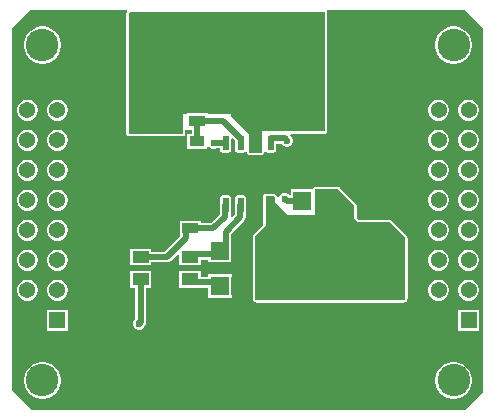
<source format=gtl>
G04*
G04 #@! TF.GenerationSoftware,Altium Limited,Altium Designer,22.3.1 (43)*
G04*
G04 Layer_Physical_Order=1*
G04 Layer_Color=255*
%FSLAX25Y25*%
%MOIN*%
G70*
G04*
G04 #@! TF.SameCoordinates,F80411C8-1A31-43C8-AF9B-28CD4ED9FA2C*
G04*
G04*
G04 #@! TF.FilePolarity,Positive*
G04*
G01*
G75*
G04:AMPARAMS|DCode=14|XSize=21.65mil|YSize=49.21mil|CornerRadius=1.95mil|HoleSize=0mil|Usage=FLASHONLY|Rotation=0.000|XOffset=0mil|YOffset=0mil|HoleType=Round|Shape=RoundedRectangle|*
%AMROUNDEDRECTD14*
21,1,0.02165,0.04532,0,0,0.0*
21,1,0.01776,0.04921,0,0,0.0*
1,1,0.00390,0.00888,-0.02266*
1,1,0.00390,-0.00888,-0.02266*
1,1,0.00390,-0.00888,0.02266*
1,1,0.00390,0.00888,0.02266*
%
%ADD14ROUNDEDRECTD14*%
%ADD15R,0.05315X0.03347*%
%ADD16R,0.05709X0.03937*%
%ADD17R,0.10000X0.10512*%
%ADD18R,0.05000X0.03000*%
%ADD19R,0.05315X0.03740*%
%ADD20R,0.05118X0.03347*%
%ADD21R,0.05924X0.06127*%
%ADD22R,0.04540X0.11434*%
%ADD23R,0.06213X0.06127*%
%ADD37C,0.01968*%
%ADD38R,0.05394X0.05394*%
%ADD39C,0.05394*%
%ADD40C,0.07677*%
%ADD41R,0.07677X0.07677*%
%ADD42C,0.10827*%
%ADD43C,0.02362*%
G36*
X159055Y122835D02*
Y1575D01*
X153150Y-4331D01*
X8661D01*
X1969Y2362D01*
Y122835D01*
X8268Y129134D01*
X40279D01*
X40400Y129013D01*
X40543Y128665D01*
X40545Y128638D01*
X40506Y128576D01*
X40408Y128472D01*
X40372Y128415D01*
X40366Y128409D01*
X40359Y128398D01*
X40310Y128346D01*
X40274Y128288D01*
X40251Y128230D01*
X40205Y128160D01*
X40202Y128149D01*
X40196Y128139D01*
X40182Y128056D01*
X40158Y127998D01*
X40145Y127932D01*
Y127860D01*
X40142Y127848D01*
Y127839D01*
X40129Y127773D01*
X40129Y87875D01*
X40131Y87864D01*
X40130Y87853D01*
X40145Y87785D01*
X40145Y87715D01*
X40145Y87715D01*
Y87714D01*
X40145Y87714D01*
X40176Y87641D01*
X40191Y87562D01*
X40197Y87554D01*
X40200Y87543D01*
X40200Y87543D01*
X40240Y87486D01*
X40267Y87421D01*
X40273Y87412D01*
X40296Y87389D01*
X40296Y87389D01*
X40303Y87378D01*
X40337Y87344D01*
X40374Y87288D01*
X40397Y87265D01*
X40407Y87258D01*
X40414Y87248D01*
X40437Y87225D01*
X40462Y87209D01*
X40480Y87186D01*
X40488Y87181D01*
X40490Y87179D01*
X40519Y87162D01*
X40528Y87153D01*
X40538Y87147D01*
X40561Y87124D01*
X40571Y87117D01*
X40645Y87086D01*
X40702Y87048D01*
X40702Y87048D01*
X40712Y87042D01*
X40740Y87036D01*
X40766Y87021D01*
X40766Y87021D01*
X40817Y87015D01*
X40865Y86995D01*
X40945Y86995D01*
X41024Y86980D01*
X58896D01*
X58896Y86980D01*
X58976D01*
X59042Y86993D01*
X59110Y86991D01*
X59110Y86991D01*
X59122Y86995D01*
X59136Y86995D01*
X59191Y87018D01*
X59191D01*
X59214Y87023D01*
X59223Y87026D01*
X59231Y87027D01*
X59247Y87034D01*
X59288Y87042D01*
X59295Y87046D01*
X59295Y87046D01*
X59336Y87063D01*
X59367Y87069D01*
X59434Y87114D01*
X59508Y87145D01*
X59515Y87151D01*
X59523Y87155D01*
X59523Y87155D01*
X59572Y87207D01*
X59632Y87246D01*
X59677Y87313D01*
X59733Y87370D01*
X59737Y87378D01*
X59743Y87385D01*
X59769Y87451D01*
X59809Y87511D01*
X59825Y87590D01*
X59855Y87664D01*
Y87673D01*
X59858Y87681D01*
X59857Y87753D01*
X59871Y87823D01*
Y87903D01*
X59871Y87903D01*
Y89043D01*
X60322Y89161D01*
Y89161D01*
X61960D01*
Y87709D01*
X60421D01*
Y82763D01*
X67139D01*
Y83359D01*
X67506Y83487D01*
X67639Y83497D01*
X68169Y82966D01*
X68897Y82665D01*
X69685D01*
X70314Y82925D01*
X71307D01*
Y82478D01*
X71384Y82090D01*
X71604Y81761D01*
X71933Y81541D01*
X72321Y81464D01*
X74097D01*
X74485Y81541D01*
X74814Y81761D01*
X75034Y82090D01*
X75111Y82478D01*
Y85994D01*
X75573Y86185D01*
X76306Y85452D01*
Y82478D01*
X76384Y82090D01*
X76604Y81761D01*
X76933Y81541D01*
X77321Y81464D01*
X79097D01*
X79485Y81541D01*
X79787Y81743D01*
X79944Y81710D01*
X80270Y81582D01*
X80288Y81570D01*
X80289Y81565D01*
X80287Y81554D01*
X80302Y81486D01*
X80302Y81416D01*
X80303Y81416D01*
Y81415D01*
X80303Y81415D01*
X80333Y81341D01*
X80349Y81263D01*
X80355Y81254D01*
X80357Y81244D01*
X80357Y81244D01*
X80397Y81187D01*
X80424Y81122D01*
X80430Y81113D01*
X80453Y81090D01*
X80453Y81089D01*
X80460Y81079D01*
X80494Y81045D01*
X80532Y80989D01*
X80555Y80966D01*
X80565Y80959D01*
X80572Y80949D01*
X80595Y80926D01*
X80619Y80910D01*
X80637Y80887D01*
X80646Y80882D01*
X80647Y80880D01*
X80677Y80863D01*
X80686Y80854D01*
X80695Y80848D01*
X80718Y80825D01*
X80728Y80818D01*
X80802Y80787D01*
X80859Y80749D01*
X80859Y80749D01*
X80869Y80743D01*
X80898Y80737D01*
X80923Y80722D01*
X80923Y80722D01*
X80975Y80716D01*
X81022Y80696D01*
X81103Y80696D01*
X81181Y80680D01*
X85275D01*
X85302Y80686D01*
X85329Y80682D01*
X85400Y80701D01*
X85473Y80705D01*
X85473Y80705D01*
X85528Y80731D01*
X85587Y80743D01*
X85610Y80758D01*
X85637Y80765D01*
X85695Y80809D01*
X85761Y80841D01*
X85801Y80886D01*
X85852Y80919D01*
X85867Y80942D01*
X85889Y80959D01*
X85925Y81022D01*
X85975Y81076D01*
X85995Y81134D01*
X86029Y81184D01*
X86034Y81211D01*
X86048Y81235D01*
X86125Y81464D01*
X86138Y81487D01*
X86156Y81539D01*
X86320Y81620D01*
X86578Y81689D01*
X86711Y81690D01*
X86933Y81541D01*
X87321Y81464D01*
X89096D01*
X89485Y81541D01*
X89814Y81761D01*
X90034Y82090D01*
X90111Y82478D01*
Y84401D01*
X91984D01*
X92021Y84311D01*
X92579Y83754D01*
X93307Y83452D01*
X94095D01*
X94823Y83754D01*
X95380Y84311D01*
X95682Y85039D01*
Y85827D01*
X95380Y86555D01*
X94823Y87113D01*
X94762Y87138D01*
X94710Y87267D01*
X95047Y87767D01*
X106220Y87767D01*
X106231Y87769D01*
X106241Y87767D01*
X106309Y87783D01*
X106379Y87783D01*
X106379Y87783D01*
X106380D01*
X106380Y87783D01*
X106454Y87814D01*
X106532Y87829D01*
X106541Y87835D01*
X106551Y87837D01*
X106552Y87837D01*
X106609Y87878D01*
X106673Y87904D01*
X106683Y87911D01*
X106706Y87934D01*
X106706Y87934D01*
X106716Y87941D01*
X106750Y87975D01*
X106807Y88012D01*
X106829Y88035D01*
X106836Y88045D01*
X106846Y88052D01*
X106869Y88075D01*
X106886Y88099D01*
X106909Y88117D01*
X106914Y88126D01*
X106915Y88127D01*
X106932Y88157D01*
X106941Y88166D01*
X106948Y88176D01*
X106971Y88199D01*
X106977Y88208D01*
X107008Y88283D01*
X107046Y88340D01*
X107046Y88340D01*
X107053Y88349D01*
X107059Y88378D01*
X107073Y88404D01*
X107073Y88404D01*
X107080Y88455D01*
X107099Y88503D01*
X107099Y88583D01*
X107115Y88662D01*
Y128267D01*
X107099Y128346D01*
Y128427D01*
X107083Y128505D01*
X107083Y128506D01*
Y128506D01*
X107083Y128506D01*
X107053Y128580D01*
X107042Y128634D01*
X107040Y128667D01*
X107138Y128933D01*
X107200Y129020D01*
X107323Y129134D01*
X152756D01*
X159055Y122835D01*
D02*
G37*
G36*
X106283Y128346D02*
Y128346D01*
X106299Y128267D01*
Y128187D01*
Y88662D01*
X106299Y88662D01*
D01*
X106293Y88652D01*
X106293Y88652D01*
X106270Y88629D01*
X106263Y88619D01*
X106253Y88612D01*
X106230Y88589D01*
X106220Y88583D01*
X106220Y88583D01*
X106220Y88583D01*
X95047Y88583D01*
X85433D01*
Y81896D01*
X85379Y81803D01*
X85379Y81802D01*
X85378Y81800D01*
X85275Y81496D01*
D01*
X85275Y81496D01*
X81181D01*
X81181Y81496D01*
D01*
X81172Y81503D01*
X81172Y81503D01*
X81148Y81526D01*
X81139Y81532D01*
X81132Y81543D01*
X81109Y81565D01*
X81102Y81575D01*
X81102Y81575D01*
X81102Y81575D01*
Y87795D01*
X75197Y93701D01*
Y94488D01*
X67237D01*
Y94501D01*
X60322D01*
Y94488D01*
X59055D01*
Y89043D01*
Y87903D01*
X59055Y87903D01*
Y87823D01*
X59055Y87823D01*
D01*
X59055D01*
X59032Y87818D01*
X59032D01*
X59024Y87817D01*
X58982Y87800D01*
X58976Y87795D01*
X58976Y87795D01*
X58896D01*
X58896Y87795D01*
X41024D01*
X41024Y87795D01*
D01*
X41014Y87802D01*
X41014Y87802D01*
X40991Y87825D01*
X40981Y87831D01*
X40974Y87842D01*
X40951Y87865D01*
X40945Y87874D01*
X40945Y87874D01*
X40945Y87875D01*
X40945Y127773D01*
X40958Y127839D01*
Y127848D01*
X40964Y127854D01*
X41000Y127911D01*
X41153Y128073D01*
X41235Y128203D01*
X41319Y128332D01*
X41320Y128338D01*
X41323Y128342D01*
X41324Y128347D01*
X106283D01*
X106283Y128346D01*
D02*
G37*
%LPC*%
G36*
X12817Y123536D02*
X11593D01*
X10392Y123298D01*
X9262Y122829D01*
X8244Y122149D01*
X7378Y121284D01*
X6698Y120266D01*
X6230Y119135D01*
X5991Y117935D01*
Y116711D01*
X6230Y115510D01*
X6698Y114380D01*
X7378Y113362D01*
X8244Y112496D01*
X9262Y111817D01*
X10392Y111348D01*
X11593Y111109D01*
X12817D01*
X14017Y111348D01*
X15148Y111817D01*
X16166Y112496D01*
X17031Y113362D01*
X17711Y114380D01*
X18179Y115510D01*
X18418Y116711D01*
Y117935D01*
X18179Y119135D01*
X17711Y120266D01*
X17031Y121284D01*
X16166Y122149D01*
X15148Y122829D01*
X14017Y123298D01*
X12817Y123536D01*
D02*
G37*
G36*
X149825Y123536D02*
X148601D01*
X147400Y123298D01*
X146269Y122829D01*
X145252Y122149D01*
X144386Y121284D01*
X143706Y120266D01*
X143238Y119135D01*
X142999Y117935D01*
Y116711D01*
X143238Y115510D01*
X143706Y114380D01*
X144386Y113362D01*
X145252Y112496D01*
X146269Y111817D01*
X147400Y111348D01*
X148601Y111109D01*
X149825D01*
X151025Y111348D01*
X152156Y111817D01*
X153173Y112496D01*
X154039Y113362D01*
X154719Y114380D01*
X155187Y115510D01*
X155426Y116711D01*
Y117935D01*
X155187Y119135D01*
X154719Y120266D01*
X154039Y121284D01*
X153173Y122149D01*
X152156Y122829D01*
X151025Y123298D01*
X149825Y123536D01*
D02*
G37*
G36*
X154673Y99127D02*
X153752D01*
X152863Y98888D01*
X152066Y98428D01*
X151414Y97777D01*
X150954Y96980D01*
X150716Y96090D01*
Y95170D01*
X150954Y94280D01*
X151414Y93483D01*
X152066Y92832D01*
X152863Y92371D01*
X153752Y92133D01*
X154673D01*
X155562Y92371D01*
X156360Y92832D01*
X157011Y93483D01*
X157471Y94280D01*
X157709Y95170D01*
Y96090D01*
X157471Y96980D01*
X157011Y97777D01*
X156360Y98428D01*
X155562Y98888D01*
X154673Y99127D01*
D02*
G37*
G36*
X144673D02*
X143752D01*
X142863Y98888D01*
X142066Y98428D01*
X141414Y97777D01*
X140954Y96980D01*
X140716Y96090D01*
Y95170D01*
X140954Y94280D01*
X141414Y93483D01*
X142066Y92832D01*
X142863Y92371D01*
X143752Y92133D01*
X144673D01*
X145562Y92371D01*
X146360Y92832D01*
X147011Y93483D01*
X147471Y94280D01*
X147709Y95170D01*
Y96090D01*
X147471Y96980D01*
X147011Y97777D01*
X146360Y98428D01*
X145562Y98888D01*
X144673Y99127D01*
D02*
G37*
G36*
X17665D02*
X16744D01*
X15855Y98888D01*
X15058Y98428D01*
X14406Y97777D01*
X13946Y96980D01*
X13708Y96090D01*
Y95170D01*
X13946Y94280D01*
X14406Y93483D01*
X15058Y92832D01*
X15855Y92371D01*
X16744Y92133D01*
X17665D01*
X18554Y92371D01*
X19352Y92832D01*
X20003Y93483D01*
X20463Y94280D01*
X20702Y95170D01*
Y96090D01*
X20463Y96980D01*
X20003Y97777D01*
X19352Y98428D01*
X18554Y98888D01*
X17665Y99127D01*
D02*
G37*
G36*
X7665D02*
X6744D01*
X5855Y98888D01*
X5058Y98428D01*
X4407Y97777D01*
X3946Y96980D01*
X3708Y96090D01*
Y95170D01*
X3946Y94280D01*
X4407Y93483D01*
X5058Y92832D01*
X5855Y92371D01*
X6744Y92133D01*
X7665D01*
X8554Y92371D01*
X9352Y92832D01*
X10003Y93483D01*
X10463Y94280D01*
X10702Y95170D01*
Y96090D01*
X10463Y96980D01*
X10003Y97777D01*
X9352Y98428D01*
X8554Y98888D01*
X7665Y99127D01*
D02*
G37*
G36*
X154673Y89127D02*
X153752D01*
X152863Y88889D01*
X152066Y88428D01*
X151414Y87777D01*
X150954Y86980D01*
X150716Y86090D01*
Y85170D01*
X150954Y84280D01*
X151414Y83483D01*
X152066Y82832D01*
X152863Y82371D01*
X153752Y82133D01*
X154673D01*
X155562Y82371D01*
X156360Y82832D01*
X157011Y83483D01*
X157471Y84280D01*
X157709Y85170D01*
Y86090D01*
X157471Y86980D01*
X157011Y87777D01*
X156360Y88428D01*
X155562Y88889D01*
X154673Y89127D01*
D02*
G37*
G36*
X144673D02*
X143752D01*
X142863Y88889D01*
X142066Y88428D01*
X141414Y87777D01*
X140954Y86980D01*
X140716Y86090D01*
Y85170D01*
X140954Y84280D01*
X141414Y83483D01*
X142066Y82832D01*
X142863Y82371D01*
X143752Y82133D01*
X144673D01*
X145562Y82371D01*
X146360Y82832D01*
X147011Y83483D01*
X147471Y84280D01*
X147709Y85170D01*
Y86090D01*
X147471Y86980D01*
X147011Y87777D01*
X146360Y88428D01*
X145562Y88889D01*
X144673Y89127D01*
D02*
G37*
G36*
X17665D02*
X16744D01*
X15855Y88889D01*
X15058Y88428D01*
X14406Y87777D01*
X13946Y86980D01*
X13708Y86090D01*
Y85170D01*
X13946Y84280D01*
X14406Y83483D01*
X15058Y82832D01*
X15855Y82371D01*
X16744Y82133D01*
X17665D01*
X18554Y82371D01*
X19352Y82832D01*
X20003Y83483D01*
X20463Y84280D01*
X20702Y85170D01*
Y86090D01*
X20463Y86980D01*
X20003Y87777D01*
X19352Y88428D01*
X18554Y88889D01*
X17665Y89127D01*
D02*
G37*
G36*
X7665D02*
X6744D01*
X5855Y88889D01*
X5058Y88428D01*
X4407Y87777D01*
X3946Y86980D01*
X3708Y86090D01*
Y85170D01*
X3946Y84280D01*
X4407Y83483D01*
X5058Y82832D01*
X5855Y82371D01*
X6744Y82133D01*
X7665D01*
X8554Y82371D01*
X9352Y82832D01*
X10003Y83483D01*
X10463Y84280D01*
X10702Y85170D01*
Y86090D01*
X10463Y86980D01*
X10003Y87777D01*
X9352Y88428D01*
X8554Y88889D01*
X7665Y89127D01*
D02*
G37*
G36*
X154673Y79127D02*
X153752D01*
X152863Y78888D01*
X152066Y78428D01*
X151414Y77777D01*
X150954Y76980D01*
X150716Y76090D01*
Y75170D01*
X150954Y74280D01*
X151414Y73483D01*
X152066Y72832D01*
X152863Y72371D01*
X153752Y72133D01*
X154673D01*
X155562Y72371D01*
X156360Y72832D01*
X157011Y73483D01*
X157471Y74280D01*
X157709Y75170D01*
Y76090D01*
X157471Y76980D01*
X157011Y77777D01*
X156360Y78428D01*
X155562Y78888D01*
X154673Y79127D01*
D02*
G37*
G36*
X144673D02*
X143752D01*
X142863Y78888D01*
X142066Y78428D01*
X141414Y77777D01*
X140954Y76980D01*
X140716Y76090D01*
Y75170D01*
X140954Y74280D01*
X141414Y73483D01*
X142066Y72832D01*
X142863Y72371D01*
X143752Y72133D01*
X144673D01*
X145562Y72371D01*
X146360Y72832D01*
X147011Y73483D01*
X147471Y74280D01*
X147709Y75170D01*
Y76090D01*
X147471Y76980D01*
X147011Y77777D01*
X146360Y78428D01*
X145562Y78888D01*
X144673Y79127D01*
D02*
G37*
G36*
X17665D02*
X16744D01*
X15855Y78888D01*
X15058Y78428D01*
X14406Y77777D01*
X13946Y76980D01*
X13708Y76090D01*
Y75170D01*
X13946Y74280D01*
X14406Y73483D01*
X15058Y72832D01*
X15855Y72371D01*
X16744Y72133D01*
X17665D01*
X18554Y72371D01*
X19352Y72832D01*
X20003Y73483D01*
X20463Y74280D01*
X20702Y75170D01*
Y76090D01*
X20463Y76980D01*
X20003Y77777D01*
X19352Y78428D01*
X18554Y78888D01*
X17665Y79127D01*
D02*
G37*
G36*
X7665D02*
X6744D01*
X5855Y78888D01*
X5058Y78428D01*
X4407Y77777D01*
X3946Y76980D01*
X3708Y76090D01*
Y75170D01*
X3946Y74280D01*
X4407Y73483D01*
X5058Y72832D01*
X5855Y72371D01*
X6744Y72133D01*
X7665D01*
X8554Y72371D01*
X9352Y72832D01*
X10003Y73483D01*
X10463Y74280D01*
X10702Y75170D01*
Y76090D01*
X10463Y76980D01*
X10003Y77777D01*
X9352Y78428D01*
X8554Y78888D01*
X7665Y79127D01*
D02*
G37*
G36*
X110470Y70107D02*
X103229Y70107D01*
X103218Y70105D01*
X103208Y70107D01*
X103139Y70091D01*
X103070Y70091D01*
X103069Y70091D01*
X103069D01*
X103069Y70091D01*
X102995Y70060D01*
X102917Y70045D01*
X102908Y70039D01*
X102897Y70037D01*
X102897Y70037D01*
X102840Y69996D01*
X102776Y69970D01*
X102766Y69963D01*
X102743Y69940D01*
X102743Y69940D01*
X102733Y69933D01*
X102699Y69899D01*
X102642Y69862D01*
X102619Y69839D01*
X102613Y69829D01*
X102602Y69822D01*
X102579Y69799D01*
X102541Y69742D01*
X102508Y69708D01*
X102501Y69698D01*
X102501Y69698D01*
X102477Y69674D01*
X102471Y69665D01*
X102468Y69659D01*
X102464Y69654D01*
X102444Y69604D01*
X102412Y69560D01*
X102412Y69560D01*
X102407Y69541D01*
X102402Y69534D01*
X102402Y69534D01*
X102396Y69524D01*
X102380Y69445D01*
X102349Y69370D01*
X102096Y69282D01*
X101891Y69221D01*
X101851Y69218D01*
X95054D01*
Y67456D01*
X94734Y67323D01*
X94554Y67303D01*
X94036Y67821D01*
X93307Y68123D01*
X92519D01*
X91791Y67821D01*
X91234Y67264D01*
X91026Y66761D01*
X90953Y66747D01*
X90700Y66746D01*
X90493Y66782D01*
X90473Y66813D01*
X90442Y66887D01*
X90385Y66972D01*
X90328Y67029D01*
X90284Y67095D01*
X89930Y67449D01*
X89863Y67494D01*
X89806Y67550D01*
X89744Y67593D01*
X89669Y67623D01*
X89665Y67626D01*
X89661Y67627D01*
X89532Y67680D01*
X89528Y67683D01*
X89524Y67684D01*
X89450Y67714D01*
X89375Y67729D01*
X89295Y67729D01*
X89216Y67745D01*
X86693Y67745D01*
X86683Y67743D01*
X86672Y67744D01*
X86604Y67729D01*
X86534Y67729D01*
X86534Y67729D01*
X86533D01*
X86533Y67729D01*
X86459Y67698D01*
X86381Y67683D01*
X86372Y67677D01*
X86362Y67674D01*
X86362Y67674D01*
X86305Y67634D01*
X86240Y67607D01*
X86231Y67601D01*
X86208Y67578D01*
X86208Y67578D01*
X86197Y67571D01*
X86163Y67537D01*
X86107Y67500D01*
X86084Y67477D01*
X86077Y67467D01*
X86067Y67460D01*
X86044Y67437D01*
X86028Y67412D01*
X86005Y67394D01*
X85983Y67357D01*
X85972Y67346D01*
X85966Y67336D01*
X85943Y67313D01*
X85936Y67303D01*
X85931Y67291D01*
X85922Y67282D01*
X85898Y67219D01*
X85867Y67172D01*
X85867Y67172D01*
X85861Y67162D01*
X85854Y67131D01*
X85847Y67118D01*
X85847Y67118D01*
X85842Y67076D01*
X85814Y67009D01*
Y66996D01*
X85810Y66984D01*
X85810Y66984D01*
X85812Y66917D01*
X85799Y66850D01*
Y57424D01*
X85799Y57424D01*
X82550Y54176D01*
X82550Y54176D01*
X82488Y54084D01*
X82416Y54000D01*
X82401Y53953D01*
X82373Y53911D01*
X82352Y53803D01*
X82317Y53697D01*
X82261Y53235D01*
X82265Y53186D01*
X82255Y53137D01*
Y32831D01*
X82271Y32752D01*
Y32672D01*
X82286Y32598D01*
X82316Y32524D01*
X82317Y32519D01*
X82320Y32515D01*
X82373Y32386D01*
X82374Y32382D01*
X82377Y32378D01*
X82407Y32304D01*
X82450Y32241D01*
X82506Y32184D01*
X82551Y32117D01*
X82905Y31763D01*
X82971Y31719D01*
X83028Y31662D01*
X83091Y31620D01*
X83165Y31589D01*
X83169Y31587D01*
X83174Y31586D01*
X83302Y31532D01*
X83306Y31530D01*
X83311Y31529D01*
X83385Y31498D01*
X83459Y31484D01*
X83540Y31484D01*
X83618Y31468D01*
X132523D01*
X132602Y31484D01*
X132682D01*
X132757Y31498D01*
X132831Y31529D01*
X132835Y31530D01*
X132839Y31532D01*
X132968Y31586D01*
X132973Y31587D01*
X132976Y31589D01*
X133051Y31620D01*
X133114Y31662D01*
X133170Y31719D01*
X133237Y31763D01*
X133591Y32117D01*
X133635Y32184D01*
X133692Y32241D01*
X133734Y32304D01*
X133765Y32378D01*
X133768Y32382D01*
X133769Y32386D01*
X133822Y32515D01*
X133824Y32519D01*
X133825Y32524D01*
X133856Y32598D01*
X133871Y32672D01*
X133871Y32752D01*
X133887Y32831D01*
Y52990D01*
X133887Y52991D01*
Y53071D01*
X133872Y53145D01*
X133872Y53221D01*
X133872Y53221D01*
X133871Y53226D01*
Y53231D01*
X133840Y53304D01*
X133824Y53383D01*
X133822Y53386D01*
X133822Y53386D01*
X133770Y53513D01*
X133769Y53513D01*
X133768Y53518D01*
X133742Y53557D01*
X133728Y53602D01*
X133728Y53602D01*
X133706Y53627D01*
X133694Y53658D01*
X133637Y53715D01*
X133592Y53782D01*
X128586Y58789D01*
X128519Y58833D01*
X128462Y58890D01*
X128450Y58895D01*
X128441Y58903D01*
X128441Y58903D01*
X128377Y58928D01*
X128321Y58965D01*
X128316Y58966D01*
X128316Y58966D01*
X128190Y59019D01*
X128190Y59019D01*
X128186Y59021D01*
X128107Y59037D01*
X128033Y59068D01*
X127952Y59068D01*
X127874Y59083D01*
X127794Y59083D01*
X127793Y59083D01*
X117661D01*
X117661Y59083D01*
X117661Y59083D01*
X116957Y59787D01*
X116957Y59787D01*
Y63620D01*
X116957Y63620D01*
Y63700D01*
X116946Y63758D01*
X116949Y63816D01*
X116949Y63816D01*
X116942Y63837D01*
Y63860D01*
X116911Y63934D01*
X116895Y64013D01*
X116893Y64016D01*
X116893Y64016D01*
X116842Y64140D01*
X116841Y64144D01*
X116841Y64144D01*
X116840Y64146D01*
X116839Y64148D01*
X116795Y64214D01*
X116764Y64288D01*
X116761Y64292D01*
X116759Y64296D01*
X116759Y64296D01*
X116706Y64348D01*
X116665Y64410D01*
X116664Y64411D01*
X116662Y64412D01*
X116607Y64468D01*
X116607Y64468D01*
X111263Y69812D01*
X111248Y69822D01*
X111237Y69837D01*
X111183Y69869D01*
X111140Y69913D01*
X111139Y69914D01*
X111138Y69914D01*
X111138Y69914D01*
X111064Y69945D01*
X110998Y69989D01*
X110994Y69990D01*
X110993Y69990D01*
X110965Y70002D01*
X110965Y70002D01*
X110964Y70002D01*
X110964Y70002D01*
X110867Y70042D01*
X110863Y70045D01*
X110785Y70060D01*
X110711Y70091D01*
X110630Y70091D01*
X110551Y70107D01*
X110471Y70107D01*
X110470Y70107D01*
D02*
G37*
G36*
X154673Y69127D02*
X153752D01*
X152863Y68888D01*
X152066Y68428D01*
X151414Y67777D01*
X150954Y66980D01*
X150716Y66090D01*
Y65170D01*
X150954Y64280D01*
X151414Y63483D01*
X152066Y62832D01*
X152863Y62371D01*
X153752Y62133D01*
X154673D01*
X155562Y62371D01*
X156360Y62832D01*
X157011Y63483D01*
X157471Y64280D01*
X157709Y65170D01*
Y66090D01*
X157471Y66980D01*
X157011Y67777D01*
X156360Y68428D01*
X155562Y68888D01*
X154673Y69127D01*
D02*
G37*
G36*
X144673D02*
X143752D01*
X142863Y68888D01*
X142066Y68428D01*
X141414Y67777D01*
X140954Y66980D01*
X140716Y66090D01*
Y65170D01*
X140954Y64280D01*
X141414Y63483D01*
X142066Y62832D01*
X142863Y62371D01*
X143752Y62133D01*
X144673D01*
X145562Y62371D01*
X146360Y62832D01*
X147011Y63483D01*
X147471Y64280D01*
X147709Y65170D01*
Y66090D01*
X147471Y66980D01*
X147011Y67777D01*
X146360Y68428D01*
X145562Y68888D01*
X144673Y69127D01*
D02*
G37*
G36*
X17665D02*
X16744D01*
X15855Y68888D01*
X15058Y68428D01*
X14406Y67777D01*
X13946Y66980D01*
X13708Y66090D01*
Y65170D01*
X13946Y64280D01*
X14406Y63483D01*
X15058Y62832D01*
X15855Y62371D01*
X16744Y62133D01*
X17665D01*
X18554Y62371D01*
X19352Y62832D01*
X20003Y63483D01*
X20463Y64280D01*
X20702Y65170D01*
Y66090D01*
X20463Y66980D01*
X20003Y67777D01*
X19352Y68428D01*
X18554Y68888D01*
X17665Y69127D01*
D02*
G37*
G36*
X7665D02*
X6744D01*
X5855Y68888D01*
X5058Y68428D01*
X4407Y67777D01*
X3946Y66980D01*
X3708Y66090D01*
Y65170D01*
X3946Y64280D01*
X4407Y63483D01*
X5058Y62832D01*
X5855Y62371D01*
X6744Y62133D01*
X7665D01*
X8554Y62371D01*
X9352Y62832D01*
X10003Y63483D01*
X10463Y64280D01*
X10702Y65170D01*
Y66090D01*
X10463Y66980D01*
X10003Y67777D01*
X9352Y68428D01*
X8554Y68888D01*
X7665Y69127D01*
D02*
G37*
G36*
X79097Y67355D02*
X77321D01*
X76933Y67278D01*
X76604Y67058D01*
X76384Y66729D01*
X76306Y66341D01*
Y64054D01*
X76291Y63976D01*
X76291Y63976D01*
Y60754D01*
X75385Y59848D01*
X74925Y60094D01*
X74929Y60118D01*
X74929Y60118D01*
Y61265D01*
X75034Y61421D01*
X75111Y61809D01*
Y66341D01*
X75034Y66729D01*
X74814Y67058D01*
X74485Y67278D01*
X74097Y67355D01*
X72321D01*
X71933Y67278D01*
X71604Y67058D01*
X71384Y66729D01*
X71307Y66341D01*
Y64054D01*
X71291Y63976D01*
X71291Y63976D01*
Y60872D01*
X68439Y58020D01*
X64875D01*
Y58674D01*
X57960D01*
Y53728D01*
X57960Y53728D01*
X57960D01*
X57798Y53285D01*
X52987Y48473D01*
X48536D01*
Y49422D01*
X41228D01*
Y43885D01*
X48536D01*
Y44834D01*
X53740D01*
X53740Y44834D01*
X54436Y44973D01*
X55027Y45367D01*
X57301Y47642D01*
X57763Y47450D01*
Y43885D01*
X65072D01*
Y45819D01*
X67495D01*
Y44956D01*
X75019D01*
Y50621D01*
X75054Y50797D01*
X75054Y50797D01*
Y54371D01*
X79397Y58714D01*
X79791Y59304D01*
X79929Y60000D01*
X79929Y60000D01*
Y61265D01*
X80034Y61421D01*
X80111Y61809D01*
Y66341D01*
X80034Y66729D01*
X79814Y67058D01*
X79485Y67278D01*
X79097Y67355D01*
D02*
G37*
G36*
X154673Y59127D02*
X153752D01*
X152863Y58889D01*
X152066Y58428D01*
X151414Y57777D01*
X150954Y56980D01*
X150716Y56090D01*
Y55170D01*
X150954Y54280D01*
X151414Y53483D01*
X152066Y52832D01*
X152863Y52371D01*
X153752Y52133D01*
X154673D01*
X155562Y52371D01*
X156360Y52832D01*
X157011Y53483D01*
X157471Y54280D01*
X157709Y55170D01*
Y56090D01*
X157471Y56980D01*
X157011Y57777D01*
X156360Y58428D01*
X155562Y58889D01*
X154673Y59127D01*
D02*
G37*
G36*
X144673D02*
X143752D01*
X142863Y58889D01*
X142066Y58428D01*
X141414Y57777D01*
X140954Y56980D01*
X140716Y56090D01*
Y55170D01*
X140954Y54280D01*
X141414Y53483D01*
X142066Y52832D01*
X142863Y52371D01*
X143752Y52133D01*
X144673D01*
X145562Y52371D01*
X146360Y52832D01*
X147011Y53483D01*
X147471Y54280D01*
X147709Y55170D01*
Y56090D01*
X147471Y56980D01*
X147011Y57777D01*
X146360Y58428D01*
X145562Y58889D01*
X144673Y59127D01*
D02*
G37*
G36*
X17665D02*
X16744D01*
X15855Y58889D01*
X15058Y58428D01*
X14406Y57777D01*
X13946Y56980D01*
X13708Y56090D01*
Y55170D01*
X13946Y54280D01*
X14406Y53483D01*
X15058Y52832D01*
X15855Y52371D01*
X16744Y52133D01*
X17665D01*
X18554Y52371D01*
X19352Y52832D01*
X20003Y53483D01*
X20463Y54280D01*
X20702Y55170D01*
Y56090D01*
X20463Y56980D01*
X20003Y57777D01*
X19352Y58428D01*
X18554Y58889D01*
X17665Y59127D01*
D02*
G37*
G36*
X7665D02*
X6744D01*
X5855Y58889D01*
X5058Y58428D01*
X4407Y57777D01*
X3946Y56980D01*
X3708Y56090D01*
Y55170D01*
X3946Y54280D01*
X4407Y53483D01*
X5058Y52832D01*
X5855Y52371D01*
X6744Y52133D01*
X7665D01*
X8554Y52371D01*
X9352Y52832D01*
X10003Y53483D01*
X10463Y54280D01*
X10702Y55170D01*
Y56090D01*
X10463Y56980D01*
X10003Y57777D01*
X9352Y58428D01*
X8554Y58889D01*
X7665Y59127D01*
D02*
G37*
G36*
X154673Y49127D02*
X153752D01*
X152863Y48888D01*
X152066Y48428D01*
X151414Y47777D01*
X150954Y46980D01*
X150716Y46090D01*
Y45169D01*
X150954Y44280D01*
X151414Y43483D01*
X152066Y42832D01*
X152863Y42371D01*
X153752Y42133D01*
X154673D01*
X155562Y42371D01*
X156360Y42832D01*
X157011Y43483D01*
X157471Y44280D01*
X157709Y45169D01*
Y46090D01*
X157471Y46980D01*
X157011Y47777D01*
X156360Y48428D01*
X155562Y48888D01*
X154673Y49127D01*
D02*
G37*
G36*
X144673D02*
X143752D01*
X142863Y48888D01*
X142066Y48428D01*
X141414Y47777D01*
X140954Y46980D01*
X140716Y46090D01*
Y45169D01*
X140954Y44280D01*
X141414Y43483D01*
X142066Y42832D01*
X142863Y42371D01*
X143752Y42133D01*
X144673D01*
X145562Y42371D01*
X146360Y42832D01*
X147011Y43483D01*
X147471Y44280D01*
X147709Y45169D01*
Y46090D01*
X147471Y46980D01*
X147011Y47777D01*
X146360Y48428D01*
X145562Y48888D01*
X144673Y49127D01*
D02*
G37*
G36*
X17665D02*
X16744D01*
X15855Y48888D01*
X15058Y48428D01*
X14406Y47777D01*
X13946Y46980D01*
X13708Y46090D01*
Y45169D01*
X13946Y44280D01*
X14406Y43483D01*
X15058Y42832D01*
X15855Y42371D01*
X16744Y42133D01*
X17665D01*
X18554Y42371D01*
X19352Y42832D01*
X20003Y43483D01*
X20463Y44280D01*
X20702Y45169D01*
Y46090D01*
X20463Y46980D01*
X20003Y47777D01*
X19352Y48428D01*
X18554Y48888D01*
X17665Y49127D01*
D02*
G37*
G36*
X7665D02*
X6744D01*
X5855Y48888D01*
X5058Y48428D01*
X4407Y47777D01*
X3946Y46980D01*
X3708Y46090D01*
Y45169D01*
X3946Y44280D01*
X4407Y43483D01*
X5058Y42832D01*
X5855Y42371D01*
X6744Y42133D01*
X7665D01*
X8554Y42371D01*
X9352Y42832D01*
X10003Y43483D01*
X10463Y44280D01*
X10702Y45169D01*
Y46090D01*
X10463Y46980D01*
X10003Y47777D01*
X9352Y48428D01*
X8554Y48888D01*
X7665Y49127D01*
D02*
G37*
G36*
X65072Y41942D02*
X57763D01*
Y36405D01*
X62226D01*
X62402Y36370D01*
X62402Y36370D01*
X67495D01*
Y33145D01*
X75308D01*
Y40871D01*
X67495D01*
Y40008D01*
X65072D01*
Y41942D01*
D02*
G37*
G36*
X154673Y39127D02*
X153752D01*
X152863Y38888D01*
X152066Y38428D01*
X151414Y37777D01*
X150954Y36980D01*
X150716Y36090D01*
Y35170D01*
X150954Y34280D01*
X151414Y33483D01*
X152066Y32832D01*
X152863Y32371D01*
X153752Y32133D01*
X154673D01*
X155562Y32371D01*
X156360Y32832D01*
X157011Y33483D01*
X157471Y34280D01*
X157709Y35170D01*
Y36090D01*
X157471Y36980D01*
X157011Y37777D01*
X156360Y38428D01*
X155562Y38888D01*
X154673Y39127D01*
D02*
G37*
G36*
X144673D02*
X143752D01*
X142863Y38888D01*
X142066Y38428D01*
X141414Y37777D01*
X140954Y36980D01*
X140716Y36090D01*
Y35170D01*
X140954Y34280D01*
X141414Y33483D01*
X142066Y32832D01*
X142863Y32371D01*
X143752Y32133D01*
X144673D01*
X145562Y32371D01*
X146360Y32832D01*
X147011Y33483D01*
X147471Y34280D01*
X147709Y35170D01*
Y36090D01*
X147471Y36980D01*
X147011Y37777D01*
X146360Y38428D01*
X145562Y38888D01*
X144673Y39127D01*
D02*
G37*
G36*
X17665D02*
X16744D01*
X15855Y38888D01*
X15058Y38428D01*
X14406Y37777D01*
X13946Y36980D01*
X13708Y36090D01*
Y35170D01*
X13946Y34280D01*
X14406Y33483D01*
X15058Y32832D01*
X15855Y32371D01*
X16744Y32133D01*
X17665D01*
X18554Y32371D01*
X19352Y32832D01*
X20003Y33483D01*
X20463Y34280D01*
X20702Y35170D01*
Y36090D01*
X20463Y36980D01*
X20003Y37777D01*
X19352Y38428D01*
X18554Y38888D01*
X17665Y39127D01*
D02*
G37*
G36*
X7665D02*
X6744D01*
X5855Y38888D01*
X5058Y38428D01*
X4407Y37777D01*
X3946Y36980D01*
X3708Y36090D01*
Y35170D01*
X3946Y34280D01*
X4407Y33483D01*
X5058Y32832D01*
X5855Y32371D01*
X6744Y32133D01*
X7665D01*
X8554Y32371D01*
X9352Y32832D01*
X10003Y33483D01*
X10463Y34280D01*
X10702Y35170D01*
Y36090D01*
X10463Y36980D01*
X10003Y37777D01*
X9352Y38428D01*
X8554Y38888D01*
X7665Y39127D01*
D02*
G37*
G36*
X48536Y41942D02*
X41228D01*
Y36405D01*
X43063D01*
Y25786D01*
X42809Y25532D01*
X42507Y24803D01*
Y24015D01*
X42809Y23287D01*
X43366Y22730D01*
X44094Y22428D01*
X44882D01*
X45610Y22730D01*
X46168Y23287D01*
X46469Y24015D01*
Y24074D01*
X46563Y24214D01*
X46701Y24910D01*
X46701Y24910D01*
Y36405D01*
X48536D01*
Y41942D01*
D02*
G37*
G36*
X157709Y29127D02*
X150716D01*
Y22133D01*
X157709D01*
Y29127D01*
D02*
G37*
G36*
X20702D02*
X13708D01*
Y22133D01*
X20702D01*
Y29127D01*
D02*
G37*
G36*
X149825Y11725D02*
X148601D01*
X147400Y11486D01*
X146269Y11018D01*
X145252Y10338D01*
X144386Y9473D01*
X143706Y8455D01*
X143238Y7324D01*
X142999Y6124D01*
Y4900D01*
X143238Y3699D01*
X143706Y2569D01*
X144386Y1551D01*
X145252Y685D01*
X146269Y6D01*
X147400Y-463D01*
X148601Y-702D01*
X149825D01*
X151025Y-463D01*
X152156Y6D01*
X153173Y685D01*
X154039Y1551D01*
X154719Y2569D01*
X155187Y3699D01*
X155426Y4900D01*
Y6124D01*
X155187Y7324D01*
X154719Y8455D01*
X154039Y9473D01*
X153173Y10338D01*
X152156Y11018D01*
X151025Y11486D01*
X149825Y11725D01*
D02*
G37*
G36*
X12817D02*
X11593D01*
X10392Y11486D01*
X9262Y11018D01*
X8244Y10338D01*
X7378Y9473D01*
X6698Y8455D01*
X6230Y7324D01*
X5991Y6124D01*
Y4900D01*
X6230Y3699D01*
X6698Y2569D01*
X7378Y1551D01*
X8244Y685D01*
X9262Y6D01*
X10392Y-463D01*
X11593Y-702D01*
X12817D01*
X14017Y-463D01*
X15148Y6D01*
X16166Y685D01*
X17031Y1551D01*
X17711Y2569D01*
X18179Y3699D01*
X18418Y4900D01*
Y6124D01*
X18179Y7324D01*
X17711Y8455D01*
X17031Y9473D01*
X16166Y10338D01*
X15148Y11018D01*
X14017Y11486D01*
X12817Y11725D01*
D02*
G37*
%LPD*%
G36*
X110471Y69291D02*
X110551Y69291D01*
X110555Y69289D01*
X110681Y69236D01*
X110686Y69235D01*
X110686Y69235D01*
X110686Y69235D01*
X116030Y63891D01*
X116030Y63891D01*
X116030Y63891D01*
X116086Y63836D01*
X116086Y63835D01*
X116086Y63835D01*
X116087Y63831D01*
X116139Y63704D01*
X116142Y63700D01*
X116142Y63700D01*
Y63620D01*
X116142Y63620D01*
Y59787D01*
X116142Y59787D01*
X116142Y59787D01*
Y59449D01*
X117084Y58507D01*
X117084Y58507D01*
X117084Y58507D01*
X117323Y58268D01*
X117661D01*
X117661Y58268D01*
X117661Y58268D01*
X127793D01*
X127794Y58268D01*
X127874Y58268D01*
X127878Y58265D01*
X128004Y58213D01*
X128009Y58212D01*
X128009Y58212D01*
X133015Y53206D01*
X133015Y53205D01*
X133016Y53201D01*
X133068Y53074D01*
X133071Y53071D01*
X133071Y53071D01*
Y52991D01*
X133071Y52990D01*
Y32831D01*
X133056Y32757D01*
X133014Y32694D01*
X132660Y32340D01*
X132597Y32298D01*
X132523Y32283D01*
X83618D01*
X83544Y32298D01*
X83481Y32340D01*
X83128Y32694D01*
X83086Y32757D01*
X83071Y32831D01*
Y53137D01*
X83127Y53599D01*
X83127D01*
Y53599D01*
X86614Y57087D01*
Y57424D01*
X86614Y57424D01*
X86614Y57424D01*
Y66850D01*
X86614Y66850D01*
X86621Y66860D01*
X86621Y66860D01*
X86644Y66883D01*
X86650Y66893D01*
X86661Y66900D01*
X86684Y66923D01*
X86693Y66929D01*
X86693Y66929D01*
X86693Y66929D01*
X89216Y66929D01*
X89290Y66914D01*
X89353Y66872D01*
X89707Y66519D01*
X89764Y66434D01*
Y64961D01*
X94095Y60630D01*
X103150D01*
Y69212D01*
X103150Y69212D01*
X103150Y69213D01*
X103156Y69222D01*
X103179Y69245D01*
X103186Y69255D01*
X103196Y69262D01*
X103219Y69285D01*
X103228Y69291D01*
X103229Y69291D01*
X103229Y69291D01*
X110470Y69291D01*
X110471Y69291D01*
D02*
G37*
D14*
X88209Y84744D02*
D03*
X83209D02*
D03*
X78209D02*
D03*
X73209D02*
D03*
X88209Y64075D02*
D03*
X83209D02*
D03*
X78209D02*
D03*
X73209D02*
D03*
D15*
X61417Y62697D02*
D03*
Y56201D02*
D03*
D16*
X44882Y46654D02*
D03*
Y39173D02*
D03*
X61417D02*
D03*
Y46654D02*
D03*
D17*
X120866Y52362D02*
D03*
D18*
Y61618D02*
D03*
D19*
X63779Y91831D02*
D03*
Y97933D02*
D03*
D20*
Y78543D02*
D03*
Y85236D02*
D03*
D21*
X105909Y65354D02*
D03*
X98816D02*
D03*
X71257Y48819D02*
D03*
X78350D02*
D03*
D22*
X49114Y114567D02*
D03*
X35138D02*
D03*
X49114Y100000D02*
D03*
X35138D02*
D03*
D23*
X78205Y37008D02*
D03*
X71401D02*
D03*
D37*
X44882Y46654D02*
X53740D01*
X60757Y56201D02*
X69193D01*
X53740Y46654D02*
X60068Y52981D01*
Y55512D01*
X60757Y56201D01*
X72500Y91831D02*
X78209Y86122D01*
X63779Y91831D02*
X72500D01*
X44882Y24910D02*
Y39173D01*
X44488Y24409D02*
Y24516D01*
X44882Y24910D01*
X73110Y60118D02*
Y63976D01*
X69193Y56201D02*
X73110Y60118D01*
Y63976D02*
X73209Y64075D01*
X73234Y50797D02*
Y55124D01*
X71257Y48819D02*
X73234Y50797D01*
X78110Y63976D02*
X78209Y64075D01*
X78110Y60000D02*
Y63976D01*
X73234Y55124D02*
X78110Y60000D01*
X62402Y47638D02*
X70076D01*
X71257Y48819D01*
X61417Y46654D02*
X62402Y47638D01*
X70220Y38189D02*
X71401Y37008D01*
X62402Y38189D02*
X70220D01*
X61417Y39173D02*
X62402Y38189D01*
X78205Y37008D02*
X78350Y37152D01*
X92913Y66142D02*
X93701Y65354D01*
X98816D01*
X88307Y86221D02*
X92913D01*
X93701Y85433D01*
X88209Y86122D02*
X88307Y86221D01*
X88209Y84744D02*
Y86122D01*
X69390Y84744D02*
X73209D01*
X69291Y84646D02*
X69390Y84744D01*
X63779Y85236D02*
Y90650D01*
X78209Y84744D02*
Y86122D01*
D38*
X154213Y25630D02*
D03*
X17205D02*
D03*
D39*
X144213D02*
D03*
X154213Y35630D02*
D03*
X144213D02*
D03*
X154213Y45630D02*
D03*
X144213D02*
D03*
X154213Y55630D02*
D03*
X144213D02*
D03*
X154213Y65630D02*
D03*
X144213D02*
D03*
X154213Y75630D02*
D03*
X144213D02*
D03*
X154213Y85630D02*
D03*
X144213D02*
D03*
X154213Y95630D02*
D03*
X144213D02*
D03*
X7205Y25630D02*
D03*
X17205Y35630D02*
D03*
X7205D02*
D03*
X17205Y45630D02*
D03*
X7205D02*
D03*
X17205Y55630D02*
D03*
X7205D02*
D03*
X17205Y65630D02*
D03*
X7205D02*
D03*
X17205Y75630D02*
D03*
X7205D02*
D03*
X17205Y85630D02*
D03*
X7205D02*
D03*
X17205Y95630D02*
D03*
X7205D02*
D03*
D40*
X112205Y104724D02*
D03*
D41*
X92520D02*
D03*
D42*
X149213Y117323D02*
D03*
Y5512D02*
D03*
X12205D02*
D03*
Y117323D02*
D03*
D43*
X107087Y73228D02*
D03*
Y81496D02*
D03*
X44488Y24409D02*
D03*
X94882Y47638D02*
D03*
X90158D02*
D03*
X94882Y52756D02*
D03*
X90158D02*
D03*
X94882Y58268D02*
D03*
X90158D02*
D03*
X61024Y67323D02*
D03*
Y73622D02*
D03*
X82284Y58268D02*
D03*
X97638Y73228D02*
D03*
Y81496D02*
D03*
X66535Y67323D02*
D03*
Y73622D02*
D03*
X86614Y76772D02*
D03*
Y71653D02*
D03*
X80709D02*
D03*
Y76772D02*
D03*
X74803D02*
D03*
Y71653D02*
D03*
X92913Y66142D02*
D03*
X93701Y85433D02*
D03*
X69291Y84646D02*
D03*
M02*

</source>
